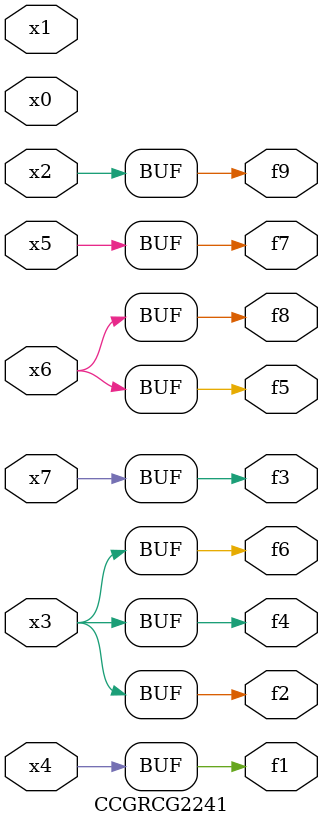
<source format=v>
module CCGRCG2241(
	input x0, x1, x2, x3, x4, x5, x6, x7,
	output f1, f2, f3, f4, f5, f6, f7, f8, f9
);
	assign f1 = x4;
	assign f2 = x3;
	assign f3 = x7;
	assign f4 = x3;
	assign f5 = x6;
	assign f6 = x3;
	assign f7 = x5;
	assign f8 = x6;
	assign f9 = x2;
endmodule

</source>
